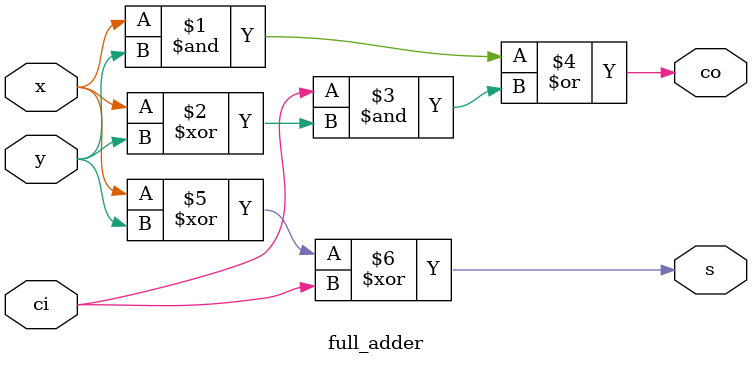
<source format=v>
`timescale 1ns / 1ps


module full_adder(s,co,x,y,ci);

    input x,y,ci;
    output s,co;
    assign co=(x&y)|(ci&(x^y));
    assign s=x^y^ci;

endmodule

</source>
